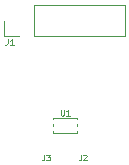
<source format=gbr>
%TF.GenerationSoftware,KiCad,Pcbnew,8.0.1*%
%TF.CreationDate,2025-03-04T14:29:30-08:00*%
%TF.ProjectId,VEML3328,56454d4c-3333-4323-982e-6b696361645f,rev?*%
%TF.SameCoordinates,Original*%
%TF.FileFunction,Legend,Top*%
%TF.FilePolarity,Positive*%
%FSLAX46Y46*%
G04 Gerber Fmt 4.6, Leading zero omitted, Abs format (unit mm)*
G04 Created by KiCad (PCBNEW 8.0.1) date 2025-03-04 14:29:30*
%MOMM*%
%LPD*%
G01*
G04 APERTURE LIST*
%ADD10C,0.100000*%
%ADD11C,0.120000*%
G04 APERTURE END LIST*
D10*
X141233333Y-82826109D02*
X141233333Y-83183252D01*
X141233333Y-83183252D02*
X141209524Y-83254680D01*
X141209524Y-83254680D02*
X141161905Y-83302300D01*
X141161905Y-83302300D02*
X141090476Y-83326109D01*
X141090476Y-83326109D02*
X141042857Y-83326109D01*
X141733333Y-83326109D02*
X141447619Y-83326109D01*
X141590476Y-83326109D02*
X141590476Y-82826109D01*
X141590476Y-82826109D02*
X141542857Y-82897538D01*
X141542857Y-82897538D02*
X141495238Y-82945157D01*
X141495238Y-82945157D02*
X141447619Y-82968966D01*
X144333333Y-92626109D02*
X144333333Y-92983252D01*
X144333333Y-92983252D02*
X144309524Y-93054680D01*
X144309524Y-93054680D02*
X144261905Y-93102300D01*
X144261905Y-93102300D02*
X144190476Y-93126109D01*
X144190476Y-93126109D02*
X144142857Y-93126109D01*
X144523809Y-92626109D02*
X144833333Y-92626109D01*
X144833333Y-92626109D02*
X144666666Y-92816585D01*
X144666666Y-92816585D02*
X144738095Y-92816585D01*
X144738095Y-92816585D02*
X144785714Y-92840395D01*
X144785714Y-92840395D02*
X144809523Y-92864204D01*
X144809523Y-92864204D02*
X144833333Y-92911823D01*
X144833333Y-92911823D02*
X144833333Y-93030871D01*
X144833333Y-93030871D02*
X144809523Y-93078490D01*
X144809523Y-93078490D02*
X144785714Y-93102300D01*
X144785714Y-93102300D02*
X144738095Y-93126109D01*
X144738095Y-93126109D02*
X144595238Y-93126109D01*
X144595238Y-93126109D02*
X144547619Y-93102300D01*
X144547619Y-93102300D02*
X144523809Y-93078490D01*
X145719047Y-88826109D02*
X145719047Y-89230871D01*
X145719047Y-89230871D02*
X145742857Y-89278490D01*
X145742857Y-89278490D02*
X145766666Y-89302300D01*
X145766666Y-89302300D02*
X145814285Y-89326109D01*
X145814285Y-89326109D02*
X145909523Y-89326109D01*
X145909523Y-89326109D02*
X145957142Y-89302300D01*
X145957142Y-89302300D02*
X145980952Y-89278490D01*
X145980952Y-89278490D02*
X146004761Y-89230871D01*
X146004761Y-89230871D02*
X146004761Y-88826109D01*
X146504762Y-89326109D02*
X146219048Y-89326109D01*
X146361905Y-89326109D02*
X146361905Y-88826109D01*
X146361905Y-88826109D02*
X146314286Y-88897538D01*
X146314286Y-88897538D02*
X146266667Y-88945157D01*
X146266667Y-88945157D02*
X146219048Y-88968966D01*
X147433333Y-92626109D02*
X147433333Y-92983252D01*
X147433333Y-92983252D02*
X147409524Y-93054680D01*
X147409524Y-93054680D02*
X147361905Y-93102300D01*
X147361905Y-93102300D02*
X147290476Y-93126109D01*
X147290476Y-93126109D02*
X147242857Y-93126109D01*
X147647619Y-92673728D02*
X147671428Y-92649919D01*
X147671428Y-92649919D02*
X147719047Y-92626109D01*
X147719047Y-92626109D02*
X147838095Y-92626109D01*
X147838095Y-92626109D02*
X147885714Y-92649919D01*
X147885714Y-92649919D02*
X147909523Y-92673728D01*
X147909523Y-92673728D02*
X147933333Y-92721347D01*
X147933333Y-92721347D02*
X147933333Y-92768966D01*
X147933333Y-92768966D02*
X147909523Y-92840395D01*
X147909523Y-92840395D02*
X147623809Y-93126109D01*
X147623809Y-93126109D02*
X147933333Y-93126109D01*
D11*
%TO.C,J1*%
X140910000Y-82610000D02*
X140910000Y-81280000D01*
X142240000Y-82610000D02*
X140910000Y-82610000D01*
X143510001Y-82610000D02*
X151190000Y-82610000D01*
X143510001Y-82610000D02*
X143510001Y-79950000D01*
X151190000Y-82610000D02*
X151190000Y-79950000D01*
X143510001Y-79950000D02*
X151190000Y-79950000D01*
D10*
%TO.C,U1*%
X145072926Y-89507272D02*
X145072926Y-89607272D01*
X145072926Y-90207272D02*
X145072926Y-90057272D01*
X145072926Y-90782272D02*
X145072926Y-90657272D01*
X145072926Y-90782272D02*
X147072926Y-90782272D01*
X147072926Y-89507272D02*
X145072926Y-89507272D01*
X147072926Y-89507272D02*
X147072926Y-89607272D01*
X147072926Y-90207272D02*
X147072926Y-90057272D01*
X147072926Y-90782272D02*
X147072926Y-90657272D01*
%TD*%
M02*

</source>
